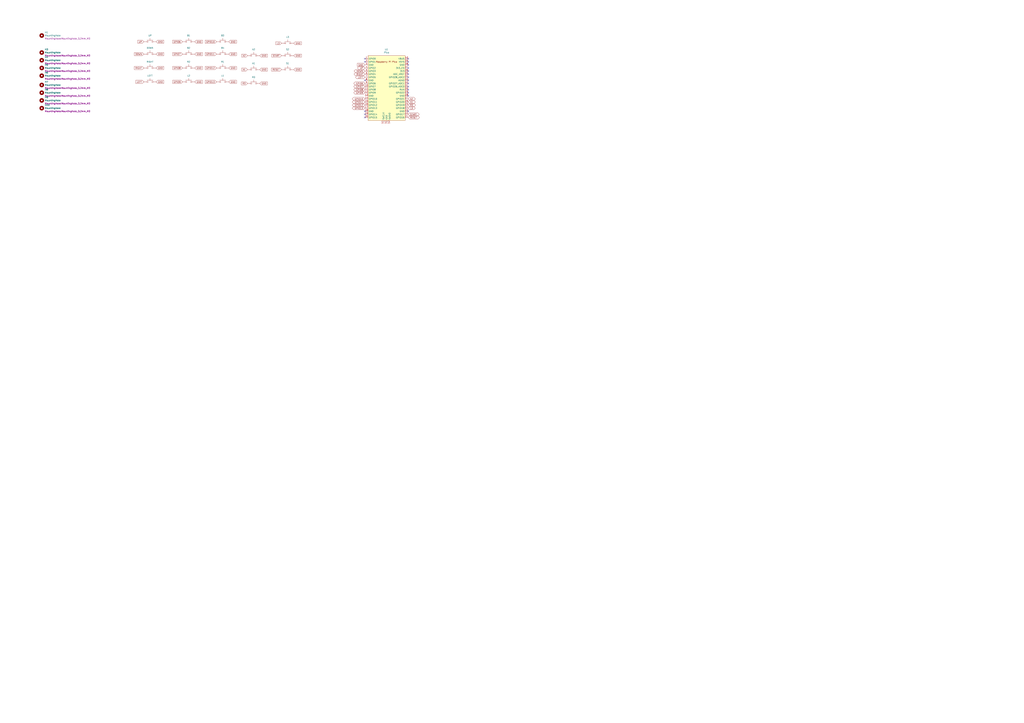
<source format=kicad_sch>
(kicad_sch (version 20250114) (generator "eeschema") (generator_version "9.0")
  (paper "A1")
  (title_block (title "StickLess") (date "2023-09-12") (rev "1"))
  (lib_symbols
    (symbol "MCU_RaspberryPi_and_Boards:Pico"
      (property "Reference" "U" (at -13.97 27.94 0))
      (property "Value" "Pico" (at 0 19.05 0))
      (symbol "Pico_0_0"
        (text "Raspberry Pi Pico" (at 0 21.59 0) (effects (font (size 1.27 1.27))))
      )
      (symbol "Pico_0_1"
        (rectangle (start -15.24 26.67) (end 15.24 -26.67) (fill (type background)))
      )
      (symbol "Pico_1_1"
        (pin bidirectional line (at -17.78 24.13 0) (length 2.54) (name "GPIO0") (number "1"))
        (pin bidirectional line (at -17.78 21.59 0) (length 2.54) (name "GPIO1") (number "2"))
        (pin power_in line (at -17.78 19.05 0) (length 2.54) (name "GND") (number "3"))
        (pin bidirectional line (at -17.78 16.51 0) (length 2.54) (name "GPIO2") (number "4"))
        (pin bidirectional line (at -17.78 13.97 0) (length 2.54) (name "GPIO3") (number "5"))
        (pin bidirectional line (at -17.78 11.43 0) (length 2.54) (name "GPIO4") (number "6"))
        (pin bidirectional line (at -17.78 8.89 0) (length 2.54) (name "GPIO5") (number "7"))
        (pin power_in line (at -17.78 6.35 0) (length 2.54) (name "GND") (number "8"))
        (pin bidirectional line (at -17.78 3.81 0) (length 2.54) (name "GPIO6") (number "9"))
        (pin bidirectional line (at -17.78 1.27 0) (length 2.54) (name "GPIO7") (number "10"))
        (pin bidirectional line (at -17.78 -1.27 0) (length 2.54) (name "GPIO8") (number "11"))
        (pin bidirectional line (at -17.78 -3.81 0) (length 2.54) (name "GPIO9") (number "12"))
        (pin power_in line (at -17.78 -6.35 0) (length 2.54) (name "GND") (number "13"))
        (pin bidirectional line (at -17.78 -8.89 0) (length 2.54) (name "GPIO10") (number "14"))
        (pin bidirectional line (at -17.78 -11.43 0) (length 2.54) (name "GPIO11") (number "15"))
        (pin bidirectional line (at -17.78 -13.97 0) (length 2.54) (name "GPIO12") (number "16"))
        (pin bidirectional line (at -17.78 -16.51 0) (length 2.54) (name "GPIO13") (number "17"))
        (pin power_in line (at -17.78 -19.05 0) (length 2.54) (name "GND") (number "18"))
        (pin bidirectional line (at -17.78 -21.59 0) (length 2.54) (name "GPIO14") (number "19"))
        (pin bidirectional line (at -17.78 -24.13 0) (length 2.54) (name "GPIO15") (number "20"))
        (pin input line (at -2.54 -29.21 90) (length 2.54) (name "SWCLK") (number "41"))
        (pin power_in line (at 0 -29.21 90) (length 2.54) (name "GND") (number "42"))
        (pin bidirectional line (at 2.54 -29.21 90) (length 2.54) (name "SWDIO") (number "43"))
        (pin power_in line (at 17.78 24.13 180) (length 2.54) (name "VBUS") (number "40"))
        (pin power_in line (at 17.78 21.59 180) (length 2.54) (name "VSYS") (number "39"))
        (pin bidirectional line (at 17.78 19.05 180) (length 2.54) (name "GND") (number "38"))
        (pin input line (at 17.78 16.51 180) (length 2.54) (name "3V3_EN") (number "37"))
        (pin power_in line (at 17.78 13.97 180) (length 2.54) (name "3V3") (number "36"))
        (pin power_in line (at 17.78 11.43 180) (length 2.54) (name "ADC_VREF") (number "35"))
        (pin bidirectional line (at 17.78 8.89 180) (length 2.54) (name "GPIO28_ADC2") (number "34"))
        (pin power_in line (at 17.78 6.35 180) (length 2.54) (name "AGND") (number "33"))
        (pin bidirectional line (at 17.78 3.81 180) (length 2.54) (name "GPIO27_ADC1") (number "32"))
        (pin bidirectional line (at 17.78 1.27 180) (length 2.54) (name "GPIO26_ADC0") (number "31"))
        (pin input line (at 17.78 -1.27 180) (length 2.54) (name "RUN") (number "30"))
        (pin bidirectional line (at 17.78 -3.81 180) (length 2.54) (name "GPIO22") (number "29"))
        (pin power_in line (at 17.78 -6.35 180) (length 2.54) (name "GND") (number "28"))
        (pin bidirectional line (at 17.78 -8.89 180) (length 2.54) (name "GPIO21") (number "27"))
        (pin bidirectional line (at 17.78 -11.43 180) (length 2.54) (name "GPIO20") (number "26"))
        (pin bidirectional line (at 17.78 -13.97 180) (length 2.54) (name "GPIO19") (number "25"))
        (pin bidirectional line (at 17.78 -16.51 180) (length 2.54) (name "GPIO18") (number "24"))
        (pin power_in line (at 17.78 -19.05 180) (length 2.54) (name "GND") (number "23"))
        (pin bidirectional line (at 17.78 -21.59 180) (length 2.54) (name "GPIO17") (number "22"))
        (pin bidirectional line (at 17.78 -24.13 180) (length 2.54) (name "GPIO16") (number "21"))
      )
    )
    (symbol "Mechanical:MountingHole" (pin_names (offset 1.016)) (exclude_from_sim yes) (in_bom no)
      (property "Reference" "H" (at 0 5.08 0))
      (property "Value" "MountingHole" (at 0 3.175 0))
      (symbol "MountingHole_0_1"
        (circle (center 0 0) (radius 1.27) (stroke (width 1.27)))
      )
    )
    (symbol "Switch:SW_Push" (pin_numbers (hide yes)) (pin_names (offset 1.016) (hide yes))
      (property "Reference" "SW" (at 1.27 2.54 0))
      (property "Value" "SW_Push" (at 0 -1.524 0))
      (symbol "SW_Push_0_1"
        (circle (center -2.032 0) (radius 0.508))
        (polyline (pts (xy 0 1.27) (xy 0 3.048)))
        (circle (center 2.032 0) (radius 0.508))
        (polyline (pts (xy 2.54 1.27) (xy -2.54 1.27)))
        (pin passive line (at -5.08 0 0) (length 2.54) (name "1") (number "1"))
        (pin passive line (at 5.08 0 180) (length 2.54) (name "2") (number "2"))
      )
    )
  )
  (no_connect (at 335.28 60.96))
  (no_connect (at 335.28 78.74))
  (no_connect (at 335.28 76.2))
  (no_connect (at 299.72 93.98))
  (no_connect (at 335.28 91.44))
  (no_connect (at 299.72 48.26))
  (no_connect (at 299.72 96.52))
  (no_connect (at 335.28 66.04))
  (no_connect (at 335.28 63.5))
  (no_connect (at 335.28 50.8))
  (no_connect (at 335.28 68.58))
  (no_connect (at 335.28 53.34))
  (no_connect (at 335.28 55.88))
  (no_connect (at 335.28 58.42))
  (no_connect (at 335.28 71.12))
  (no_connect (at 299.72 66.04))
  (no_connect (at 335.28 73.66))
  (no_connect (at 335.28 48.26))
  (no_connect (at 299.72 50.8))
  (no_connect (at 299.72 91.44))
  (global_label "GND" (shape input) (at 187.96 55.88 0) (property "Intersheetrefs" "${INTERSHEET_REFS}" (effects (hide yes))))
  (global_label "GPIO11" (shape input) (at 177.8 44.45 180) (property "Intersheetrefs" "${INTERSHEET_REFS}" (effects (hide yes))))
  (global_label "GPIO8" (shape input) (at 149.86 55.88 180) (property "Intersheetrefs" "${INTERSHEET_REFS}" (effects (hide yes))))
  (global_label "A1" (shape input) (at 203.2 57.15 180) (property "Intersheetrefs" "${INTERSHEET_REFS}" (effects (hide yes))))
  (global_label "RIGHT" (shape input) (at 118.11 55.88 180) (property "Intersheetrefs" "${INTERSHEET_REFS}" (effects (hide yes))))
  (global_label "UP" (shape input) (at 118.11 34.29 180) (property "Intersheetrefs" "${INTERSHEET_REFS}" (effects (hide yes))))
  (global_label "GND" (shape input) (at 128.27 55.88 0) (property "Intersheetrefs" "${INTERSHEET_REFS}" (effects (hide yes))))
  (global_label "GND" (shape input) (at 187.96 44.45 0) (property "Intersheetrefs" "${INTERSHEET_REFS}" (effects (hide yes))))
  (global_label "A2" (shape bidirectional) (at 335.28 81.28 0) (property "Intersheetrefs" "${INTERSHEET_REFS}" (effects (hide yes))))
  (global_label "GND" (shape input) (at 160.02 55.88 0) (property "Intersheetrefs" "${INTERSHEET_REFS}" (effects (hide yes))))
  (global_label "R3" (shape input) (at 203.2 68.58 180) (property "Intersheetrefs" "${INTERSHEET_REFS}" (effects (hide yes))))
  (global_label "GND" (shape input) (at 160.02 67.31 0) (property "Intersheetrefs" "${INTERSHEET_REFS}" (effects (hide yes))))
  (global_label "RESET" (shape input) (at 231.14 57.15 180) (property "Intersheetrefs" "${INTERSHEET_REFS}" (effects (hide yes))))
  (global_label "GND" (shape input) (at 213.36 57.15 0) (property "Intersheetrefs" "${INTERSHEET_REFS}" (effects (hide yes))))
  (global_label "GPIO7" (shape input) (at 149.86 44.45 180) (property "Intersheetrefs" "${INTERSHEET_REFS}" (effects (hide yes))))
  (global_label "DOWN" (shape input) (at 118.11 44.45 180) (property "Intersheetrefs" "${INTERSHEET_REFS}" (effects (hide yes))))
  (global_label "A1" (shape bidirectional) (at 335.28 83.82 0) (property "Intersheetrefs" "${INTERSHEET_REFS}" (effects (hide yes))))
  (global_label "GPIO12" (shape input) (at 177.8 55.88 180) (property "Intersheetrefs" "${INTERSHEET_REFS}" (effects (hide yes))))
  (global_label "GND" (shape input) (at 187.96 34.29 0) (property "Intersheetrefs" "${INTERSHEET_REFS}" (effects (hide yes))))
  (global_label "GND" (shape input) (at 187.96 67.31 0) (property "Intersheetrefs" "${INTERSHEET_REFS}" (effects (hide yes))))
  (global_label "A2" (shape input) (at 203.2 45.72 180) (property "Intersheetrefs" "${INTERSHEET_REFS}" (effects (hide yes))))
  (global_label "GND" (shape input) (at 299.72 53.34 180) (property "Intersheetrefs" "${INTERSHEET_REFS}" (effects (hide yes))))
  (global_label "RESET" (shape bidirectional) (at 335.28 96.52 0) (property "Intersheetrefs" "${INTERSHEET_REFS}" (effects (hide yes))))
  (global_label "GPIO12" (shape bidirectional) (at 299.72 86.36 180) (property "Intersheetrefs" "${INTERSHEET_REFS}" (effects (hide yes))))
  (global_label "START" (shape bidirectional) (at 335.28 93.98 0) (property "Intersheetrefs" "${INTERSHEET_REFS}" (effects (hide yes))))
  (global_label "GPIO10" (shape input) (at 177.8 34.29 180) (property "Intersheetrefs" "${INTERSHEET_REFS}" (effects (hide yes))))
  (global_label "GND" (shape input) (at 213.36 68.58 0) (property "Intersheetrefs" "${INTERSHEET_REFS}" (effects (hide yes))))
  (global_label "GND" (shape input) (at 128.27 34.29 0) (property "Intersheetrefs" "${INTERSHEET_REFS}" (effects (hide yes))))
  (global_label "LEFT" (shape bidirectional) (at 299.72 63.5 180) (property "Intersheetrefs" "${INTERSHEET_REFS}" (effects (hide yes))))
  (global_label "GND" (shape input) (at 160.02 34.29 0) (property "Intersheetrefs" "${INTERSHEET_REFS}" (effects (hide yes))))
  (global_label "GPIO7" (shape bidirectional) (at 299.72 71.12 180) (property "Intersheetrefs" "${INTERSHEET_REFS}" (effects (hide yes))))
  (global_label "GND" (shape input) (at 213.36 45.72 0) (property "Intersheetrefs" "${INTERSHEET_REFS}" (effects (hide yes))))
  (global_label "DOWN" (shape bidirectional) (at 299.72 58.42 180) (property "Intersheetrefs" "${INTERSHEET_REFS}" (effects (hide yes))))
  (global_label "GPIO9" (shape input) (at 149.86 67.31 180) (property "Intersheetrefs" "${INTERSHEET_REFS}" (effects (hide yes))))
  (global_label "GPIO13" (shape bidirectional) (at 299.72 88.9 180) (property "Intersheetrefs" "${INTERSHEET_REFS}" (effects (hide yes))))
  (global_label "GND" (shape input) (at 241.3 57.15 0) (property "Intersheetrefs" "${INTERSHEET_REFS}" (effects (hide yes))))
  (global_label "GND" (shape input) (at 128.27 67.31 0) (property "Intersheetrefs" "${INTERSHEET_REFS}" (effects (hide yes))))
  (global_label "GPIO10" (shape bidirectional) (at 299.72 81.28 180) (property "Intersheetrefs" "${INTERSHEET_REFS}" (effects (hide yes))))
  (global_label "START" (shape input) (at 231.14 45.72 180) (property "Intersheetrefs" "${INTERSHEET_REFS}" (effects (hide yes))))
  (global_label "L3" (shape input) (at 231.14 35.56 180) (property "Intersheetrefs" "${INTERSHEET_REFS}" (effects (hide yes))))
  (global_label "LEFT" (shape input) (at 118.11 67.31 180) (property "Intersheetrefs" "${INTERSHEET_REFS}" (effects (hide yes))))
  (global_label "RIGHT" (shape bidirectional) (at 299.72 60.96 180) (property "Intersheetrefs" "${INTERSHEET_REFS}" (effects (hide yes))))
  (global_label "L3" (shape bidirectional) (at 335.28 88.9 0) (property "Intersheetrefs" "${INTERSHEET_REFS}" (effects (hide yes))))
  (global_label "UP" (shape bidirectional) (at 299.72 55.88 180) (property "Intersheetrefs" "${INTERSHEET_REFS}" (effects (hide yes))))
  (global_label "GND" (shape input) (at 241.3 45.72 0) (property "Intersheetrefs" "${INTERSHEET_REFS}" (effects (hide yes))))
  (global_label "GND" (shape input) (at 241.3 35.56 0) (property "Intersheetrefs" "${INTERSHEET_REFS}" (effects (hide yes))))
  (global_label "R3" (shape bidirectional) (at 335.28 86.36 0) (property "Intersheetrefs" "${INTERSHEET_REFS}" (effects (hide yes))))
  (global_label "GPIO8" (shape bidirectional) (at 299.72 73.66 180) (property "Intersheetrefs" "${INTERSHEET_REFS}" (effects (hide yes))))
  (global_label "GND" (shape input) (at 128.27 44.45 0) (property "Intersheetrefs" "${INTERSHEET_REFS}" (effects (hide yes))))
  (global_label "GPIO6" (shape input) (at 149.86 34.29 180) (property "Intersheetrefs" "${INTERSHEET_REFS}" (effects (hide yes))))
  (global_label "GPIO9" (shape bidirectional) (at 299.72 76.2 180) (property "Intersheetrefs" "${INTERSHEET_REFS}" (effects (hide yes))))
  (global_label "GND" (shape input) (at 160.02 44.45 0) (property "Intersheetrefs" "${INTERSHEET_REFS}" (effects (hide yes))))
  (global_label "GPIO6" (shape bidirectional) (at 299.72 68.58 180) (property "Intersheetrefs" "${INTERSHEET_REFS}" (effects (hide yes))))
  (global_label "GPIO11" (shape bidirectional) (at 299.72 83.82 180) (property "Intersheetrefs" "${INTERSHEET_REFS}" (effects (hide yes))))
  (global_label "GPIO13" (shape input) (at 177.8 67.31 180) (property "Intersheetrefs" "${INTERSHEET_REFS}" (effects (hide yes))))
  (symbol (lib_id "Switch:SW_Push") (at 236.22 57.15 0) (mirror y) (unit 1)
    (property "Reference" "GPIO16" (effects (hide yes)))
    (property "Value" "S1" (at 236.22 52.07 0))
    (property "Footprint" "kailh-choc-hotswap:switch_24" (effects (hide yes)))
  )
  (symbol (lib_id "Mechanical:MountingHole") (at 34.29 82.55 0) (unit 1) (exclude_from_sim yes) (in_bom no)
    (property "Reference" "H9" (at 36.83 80.0099 0) (effects (justify left)))
    (property "Value" "MountingHole" (at 36.83 82.5499 0) (effects (justify left)))
    (property "Footprint" "MountingHole:MountingHole_3.2mm_M3" (at 36.83 85.0899 0) (effects (justify left)))
    (property "Description" "Mounting Hole without connection" (effects (hide yes)))
  )
  (symbol (lib_id "Switch:SW_Push") (at 123.19 44.45 0) (mirror y) (unit 1)
    (property "Reference" "GPIO03" (effects (hide yes)))
    (property "Value" "DOWN" (at 123.19 39.37 0))
    (property "Footprint" "kailh-choc-hotswap:switch_24" (effects (hide yes)))
  )
  (symbol (lib_id "Mechanical:MountingHole") (at 34.29 49.53 0) (unit 1) (exclude_from_sim yes) (in_bom no)
    (property "Reference" "H4" (at 36.83 46.9899 0) (effects (justify left)))
    (property "Value" "MountingHole" (at 36.83 49.5299 0) (effects (justify left)))
    (property "Footprint" "MountingHole:MountingHole_3.2mm_M3" (at 36.83 52.0699 0) (effects (justify left)))
    (property "Description" "Mounting Hole without connection" (effects (hide yes)))
  )
  (symbol (lib_id "Switch:SW_Push") (at 182.88 34.29 0) (mirror y) (unit 1)
    (property "Reference" "GPIO10" (effects (hide yes)))
    (property "Value" "B3" (at 182.88 29.21 0))
    (property "Footprint" "kailh-choc-hotswap:switch_24" (effects (hide yes)))
  )
  (symbol (lib_id "Switch:SW_Push") (at 208.28 57.15 0) (mirror y) (unit 1)
    (property "Reference" "GPIO20" (effects (hide yes)))
    (property "Value" "A1" (at 208.28 52.07 0))
    (property "Footprint" "kailh-choc-hotswap:switch_24" (effects (hide yes)))
  )
  (symbol (lib_id "MCU_RaspberryPi_and_Boards:Pico") (at 317.5 72.39 0) (unit 1)
    (property "Reference" "U1" (at 317.5 40.64 0))
    (property "Value" "Pico" (at 317.5 43.18 0))
    (property "Footprint" "raspberry-pi-pico:RPi_Pico_SMD_TH" (effects (hide yes)))
  )
  (symbol (lib_id "Switch:SW_Push") (at 154.94 44.45 0) (mirror y) (unit 1)
    (property "Reference" "GPIO07" (effects (hide yes)))
    (property "Value" "B2" (at 154.94 39.37 0))
    (property "Footprint" "kailh-choc-hotswap:switch_24" (effects (hide yes)))
  )
  (symbol (lib_id "Mechanical:MountingHole") (at 34.29 69.85 0) (unit 1) (exclude_from_sim yes) (in_bom no)
    (property "Reference" "H7" (at 36.83 67.3099 0) (effects (justify left)))
    (property "Value" "MountingHole" (at 36.83 69.8499 0) (effects (justify left)))
    (property "Footprint" "MountingHole:MountingHole_3.2mm_M3" (at 36.83 72.3899 0) (effects (justify left)))
    (property "Description" "Mounting Hole without connection" (effects (hide yes)))
  )
  (symbol (lib_id "Switch:SW_Push") (at 123.19 67.31 0) (mirror y) (unit 1)
    (property "Reference" "GPIO05" (effects (hide yes)))
    (property "Value" "LEFT" (at 123.19 62.23 0))
    (property "Footprint" "kailh-choc-hotswap:switch_24" (effects (hide yes)))
  )
  (symbol (lib_id "Switch:SW_Push") (at 154.94 55.88 0) (mirror y) (unit 1)
    (property "Reference" "GPIO08" (effects (hide yes)))
    (property "Value" "R2" (at 154.94 50.8 0))
    (property "Footprint" "kailh-choc-hotswap:switch_24" (effects (hide yes)))
  )
  (symbol (lib_id "Switch:SW_Push") (at 182.88 55.88 0) (mirror y) (unit 1)
    (property "Reference" "GPIO12" (effects (hide yes)))
    (property "Value" "R1" (at 182.88 50.8 0))
    (property "Footprint" "kailh-choc-hotswap:switch_24" (effects (hide yes)))
  )
  (symbol (lib_id "Switch:SW_Push") (at 182.88 67.31 0) (mirror y) (unit 1)
    (property "Reference" "GPIO13" (effects (hide yes)))
    (property "Value" "L1" (at 182.88 62.23 0))
    (property "Footprint" "kailh-choc-hotswap:switch_24" (effects (hide yes)))
  )
  (symbol (lib_id "Mechanical:MountingHole") (at 34.29 43.18 0) (unit 1) (exclude_from_sim yes) (in_bom no)
    (property "Reference" "H3" (at 36.83 40.6399 0) (effects (justify left)))
    (property "Value" "MountingHole" (at 36.83 43.1799 0) (effects (justify left)))
    (property "Footprint" "MountingHole:MountingHole_3.2mm_M3" (at 36.83 45.7199 0) (effects (justify left)))
    (property "Description" "Mounting Hole without connection" (effects (hide yes)))
  )
  (symbol (lib_id "Switch:SW_Push") (at 154.94 67.31 0) (mirror y) (unit 1)
    (property "Reference" "GPIO09" (effects (hide yes)))
    (property "Value" "L2" (at 154.94 62.23 0))
    (property "Footprint" "kailh-choc-hotswap:switch_24" (effects (hide yes)))
  )
  (symbol (lib_id "Switch:SW_Push") (at 123.19 34.29 0) (mirror y) (unit 1)
    (property "Reference" "GPIO02" (effects (hide yes)))
    (property "Value" "UP" (at 123.19 29.21 0))
    (property "Footprint" "kailh-choc-hotswap:switch_24" (effects (hide yes)))
  )
  (symbol (lib_id "Mechanical:MountingHole") (at 34.29 55.88 0) (unit 1) (exclude_from_sim yes) (in_bom no)
    (property "Reference" "H5" (at 36.83 53.3399 0) (effects (justify left)))
    (property "Value" "MountingHole" (at 36.83 55.8799 0) (effects (justify left)))
    (property "Footprint" "MountingHole:MountingHole_3.2mm_M3" (at 36.83 58.4199 0) (effects (justify left)))
    (property "Description" "Mounting Hole without connection" (effects (hide yes)))
  )
  (symbol (lib_id "Mechanical:MountingHole") (at 34.29 29.21 0) (unit 1) (exclude_from_sim yes) (in_bom no)
    (property "Reference" "H1" (at 36.83 26.6699 0) (effects (justify left)))
    (property "Value" "MountingHole" (at 36.83 29.2099 0) (effects (justify left)))
    (property "Footprint" "MountingHole:MountingHole_3.2mm_M3" (at 36.83 31.7499 0) (effects (justify left)))
    (property "Description" "Mounting Hole without connection" (effects (hide yes)))
  )
  (symbol (lib_id "Switch:SW_Push") (at 208.28 68.58 0) (mirror y) (unit 1)
    (property "Reference" "GPIO19" (effects (hide yes)))
    (property "Value" "R3" (at 208.28 63.5 0))
    (property "Footprint" "kailh-choc-hotswap:switch_24" (effects (hide yes)))
  )
  (symbol (lib_id "Switch:SW_Push") (at 236.22 45.72 0) (mirror y) (unit 1)
    (property "Reference" "GPIO17" (effects (hide yes)))
    (property "Value" "S2" (at 236.22 40.64 0))
    (property "Footprint" "kailh-choc-hotswap:switch_24" (effects (hide yes)))
  )
  (symbol (lib_id "Switch:SW_Push") (at 236.22 35.56 0) (mirror y) (unit 1)
    (property "Reference" "GPIO18" (effects (hide yes)))
    (property "Value" "L3" (at 236.22 30.48 0))
    (property "Footprint" "kailh-choc-hotswap:switch_24" (effects (hide yes)))
  )
  (symbol (lib_id "Mechanical:MountingHole") (at 34.29 76.2 0) (unit 1) (exclude_from_sim yes) (in_bom no)
    (property "Reference" "H8" (at 36.83 73.6599 0) (effects (justify left)))
    (property "Value" "MountingHole" (at 36.83 76.1999 0) (effects (justify left)))
    (property "Footprint" "MountingHole:MountingHole_3.2mm_M3" (at 36.83 78.7399 0) (effects (justify left)))
    (property "Description" "Mounting Hole without connection" (effects (hide yes)))
  )
  (symbol (lib_id "Switch:SW_Push") (at 154.94 34.29 0) (mirror y) (unit 1)
    (property "Reference" "GPIO06" (effects (hide yes)))
    (property "Value" "B1" (at 154.94 29.21 0))
    (property "Footprint" "kailh-choc-hotswap:switch_24" (effects (hide yes)))
  )
  (symbol (lib_id "Switch:SW_Push") (at 123.19 55.88 0) (mirror y) (unit 1)
    (property "Reference" "GPIO04" (effects (hide yes)))
    (property "Value" "RIGHT" (at 123.19 50.8 0))
    (property "Footprint" "kailh-choc-hotswap:switch_24" (effects (hide yes)))
  )
  (symbol (lib_id "Switch:SW_Push") (at 182.88 44.45 0) (mirror y) (unit 1)
    (property "Reference" "GPIO11" (effects (hide yes)))
    (property "Value" "B4" (at 182.88 39.37 0))
    (property "Footprint" "kailh-choc-hotswap:switch_24" (effects (hide yes)))
  )
  (symbol (lib_id "Mechanical:MountingHole") (at 34.29 62.23 0) (unit 1) (exclude_from_sim yes) (in_bom no)
    (property "Reference" "H6" (at 36.83 59.6899 0) (effects (justify left)))
    (property "Value" "MountingHole" (at 36.83 62.2299 0) (effects (justify left)))
    (property "Footprint" "MountingHole:MountingHole_3.2mm_M3" (at 36.83 64.7699 0) (effects (justify left)))
    (property "Description" "Mounting Hole without connection" (effects (hide yes)))
  )
  (symbol (lib_id "Mechanical:MountingHole") (at 34.29 88.9 0) (unit 1) (exclude_from_sim yes) (in_bom no)
    (property "Reference" "H10" (at 36.83 86.3599 0) (effects (justify left)))
    (property "Value" "MountingHole" (at 36.83 88.8999 0) (effects (justify left)))
    (property "Footprint" "MountingHole:MountingHole_3.2mm_M3" (at 36.83 91.4399 0) (effects (justify left)))
    (property "Description" "Mounting Hole without connection" (effects (hide yes)))
  )
  (symbol (lib_id "Switch:SW_Push") (at 208.28 45.72 0) (mirror y) (unit 1)
    (property "Reference" "GPIO21" (effects (hide yes)))
    (property "Value" "A2" (at 208.28 40.64 0))
    (property "Footprint" "kailh-choc-hotswap:switch_24" (effects (hide yes)))
  )
)
</source>
